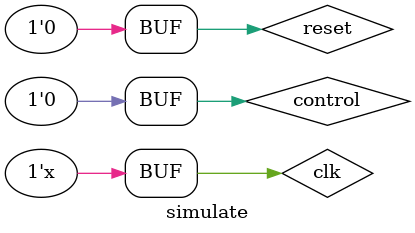
<source format=v>
module simulate() ;

reg clk, reset, control ;
wire [7:0] count ;

updown_counter upc(  clk, reset, control, count ) ;

initial clk = 0 ;
always #5 clk = ~clk ;

initial 
begin
	reset = 1 ; control = 0 ;
	#5 reset = 0 ; control = 1 ;
	#100 reset = 1 ;
	
	 
	#5 reset = 0 ; control = 0 ;
	#100 ;
	
end
endmodule
</source>
